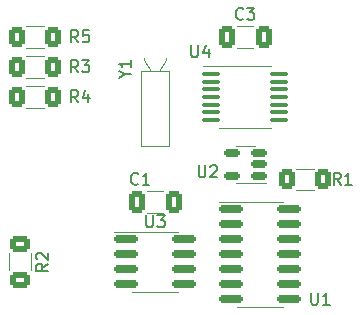
<source format=gto>
%TF.GenerationSoftware,KiCad,Pcbnew,(6.0.0-0)*%
%TF.CreationDate,2023-01-27T15:23:15+00:00*%
%TF.ProjectId,Userport RTC,55736572-706f-4727-9420-5254432e6b69,rev?*%
%TF.SameCoordinates,Original*%
%TF.FileFunction,Legend,Top*%
%TF.FilePolarity,Positive*%
%FSLAX46Y46*%
G04 Gerber Fmt 4.6, Leading zero omitted, Abs format (unit mm)*
G04 Created by KiCad (PCBNEW (6.0.0-0)) date 2023-01-27 15:23:15*
%MOMM*%
%LPD*%
G01*
G04 APERTURE LIST*
G04 Aperture macros list*
%AMRoundRect*
0 Rectangle with rounded corners*
0 $1 Rounding radius*
0 $2 $3 $4 $5 $6 $7 $8 $9 X,Y pos of 4 corners*
0 Add a 4 corners polygon primitive as box body*
4,1,4,$2,$3,$4,$5,$6,$7,$8,$9,$2,$3,0*
0 Add four circle primitives for the rounded corners*
1,1,$1+$1,$2,$3*
1,1,$1+$1,$4,$5*
1,1,$1+$1,$6,$7*
1,1,$1+$1,$8,$9*
0 Add four rect primitives between the rounded corners*
20,1,$1+$1,$2,$3,$4,$5,0*
20,1,$1+$1,$4,$5,$6,$7,0*
20,1,$1+$1,$6,$7,$8,$9,0*
20,1,$1+$1,$8,$9,$2,$3,0*%
G04 Aperture macros list end*
%ADD10C,0.150000*%
%ADD11C,0.120000*%
%ADD12RoundRect,0.150000X-0.825000X-0.150000X0.825000X-0.150000X0.825000X0.150000X-0.825000X0.150000X0*%
%ADD13R,1.200000X1.200000*%
%ADD14C,1.200000*%
%ADD15RoundRect,0.250000X0.625000X-0.400000X0.625000X0.400000X-0.625000X0.400000X-0.625000X-0.400000X0*%
%ADD16RoundRect,0.150000X0.512500X0.150000X-0.512500X0.150000X-0.512500X-0.150000X0.512500X-0.150000X0*%
%ADD17RoundRect,0.250000X0.412500X0.650000X-0.412500X0.650000X-0.412500X-0.650000X0.412500X-0.650000X0*%
%ADD18RoundRect,0.100000X-0.637500X-0.100000X0.637500X-0.100000X0.637500X0.100000X-0.637500X0.100000X0*%
%ADD19C,1.000000*%
%ADD20RoundRect,0.250000X-0.400000X-0.625000X0.400000X-0.625000X0.400000X0.625000X-0.400000X0.625000X0*%
%ADD21R,1.700000X1.700000*%
%ADD22O,1.700000X1.700000*%
%ADD23C,1.700000*%
G04 APERTURE END LIST*
D10*
X136398095Y-92572380D02*
X136398095Y-93381904D01*
X136445714Y-93477142D01*
X136493333Y-93524761D01*
X136588571Y-93572380D01*
X136779047Y-93572380D01*
X136874285Y-93524761D01*
X136921904Y-93477142D01*
X136969523Y-93381904D01*
X136969523Y-92572380D01*
X137350476Y-92572380D02*
X137969523Y-92572380D01*
X137636190Y-92953333D01*
X137779047Y-92953333D01*
X137874285Y-93000952D01*
X137921904Y-93048571D01*
X137969523Y-93143809D01*
X137969523Y-93381904D01*
X137921904Y-93477142D01*
X137874285Y-93524761D01*
X137779047Y-93572380D01*
X137493333Y-93572380D01*
X137398095Y-93524761D01*
X137350476Y-93477142D01*
X128087380Y-96686666D02*
X127611190Y-97020000D01*
X128087380Y-97258095D02*
X127087380Y-97258095D01*
X127087380Y-96877142D01*
X127135000Y-96781904D01*
X127182619Y-96734285D01*
X127277857Y-96686666D01*
X127420714Y-96686666D01*
X127515952Y-96734285D01*
X127563571Y-96781904D01*
X127611190Y-96877142D01*
X127611190Y-97258095D01*
X127182619Y-96305714D02*
X127135000Y-96258095D01*
X127087380Y-96162857D01*
X127087380Y-95924761D01*
X127135000Y-95829523D01*
X127182619Y-95781904D01*
X127277857Y-95734285D01*
X127373095Y-95734285D01*
X127515952Y-95781904D01*
X128087380Y-96353333D01*
X128087380Y-95734285D01*
X140843095Y-88352380D02*
X140843095Y-89161904D01*
X140890714Y-89257142D01*
X140938333Y-89304761D01*
X141033571Y-89352380D01*
X141224047Y-89352380D01*
X141319285Y-89304761D01*
X141366904Y-89257142D01*
X141414523Y-89161904D01*
X141414523Y-88352380D01*
X141843095Y-88447619D02*
X141890714Y-88400000D01*
X141985952Y-88352380D01*
X142224047Y-88352380D01*
X142319285Y-88400000D01*
X142366904Y-88447619D01*
X142414523Y-88542857D01*
X142414523Y-88638095D01*
X142366904Y-88780952D01*
X141795476Y-89352380D01*
X142414523Y-89352380D01*
X144613333Y-75922142D02*
X144565714Y-75969761D01*
X144422857Y-76017380D01*
X144327619Y-76017380D01*
X144184761Y-75969761D01*
X144089523Y-75874523D01*
X144041904Y-75779285D01*
X143994285Y-75588809D01*
X143994285Y-75445952D01*
X144041904Y-75255476D01*
X144089523Y-75160238D01*
X144184761Y-75065000D01*
X144327619Y-75017380D01*
X144422857Y-75017380D01*
X144565714Y-75065000D01*
X144613333Y-75112619D01*
X144946666Y-75017380D02*
X145565714Y-75017380D01*
X145232380Y-75398333D01*
X145375238Y-75398333D01*
X145470476Y-75445952D01*
X145518095Y-75493571D01*
X145565714Y-75588809D01*
X145565714Y-75826904D01*
X145518095Y-75922142D01*
X145470476Y-75969761D01*
X145375238Y-76017380D01*
X145089523Y-76017380D01*
X144994285Y-75969761D01*
X144946666Y-75922142D01*
X140208095Y-78192380D02*
X140208095Y-79001904D01*
X140255714Y-79097142D01*
X140303333Y-79144761D01*
X140398571Y-79192380D01*
X140589047Y-79192380D01*
X140684285Y-79144761D01*
X140731904Y-79097142D01*
X140779523Y-79001904D01*
X140779523Y-78192380D01*
X141684285Y-78525714D02*
X141684285Y-79192380D01*
X141446190Y-78144761D02*
X141208095Y-78859047D01*
X141827142Y-78859047D01*
X150368095Y-99147380D02*
X150368095Y-99956904D01*
X150415714Y-100052142D01*
X150463333Y-100099761D01*
X150558571Y-100147380D01*
X150749047Y-100147380D01*
X150844285Y-100099761D01*
X150891904Y-100052142D01*
X150939523Y-99956904D01*
X150939523Y-99147380D01*
X151939523Y-100147380D02*
X151368095Y-100147380D01*
X151653809Y-100147380D02*
X151653809Y-99147380D01*
X151558571Y-99290238D01*
X151463333Y-99385476D01*
X151368095Y-99433095D01*
X134616190Y-80651190D02*
X135092380Y-80651190D01*
X134092380Y-80984523D02*
X134616190Y-80651190D01*
X134092380Y-80317857D01*
X135092380Y-79460714D02*
X135092380Y-80032142D01*
X135092380Y-79746428D02*
X134092380Y-79746428D01*
X134235238Y-79841666D01*
X134330476Y-79936904D01*
X134378095Y-80032142D01*
X130643333Y-80462380D02*
X130310000Y-79986190D01*
X130071904Y-80462380D02*
X130071904Y-79462380D01*
X130452857Y-79462380D01*
X130548095Y-79510000D01*
X130595714Y-79557619D01*
X130643333Y-79652857D01*
X130643333Y-79795714D01*
X130595714Y-79890952D01*
X130548095Y-79938571D01*
X130452857Y-79986190D01*
X130071904Y-79986190D01*
X130976666Y-79462380D02*
X131595714Y-79462380D01*
X131262380Y-79843333D01*
X131405238Y-79843333D01*
X131500476Y-79890952D01*
X131548095Y-79938571D01*
X131595714Y-80033809D01*
X131595714Y-80271904D01*
X131548095Y-80367142D01*
X131500476Y-80414761D01*
X131405238Y-80462380D01*
X131119523Y-80462380D01*
X131024285Y-80414761D01*
X130976666Y-80367142D01*
X130643333Y-77922380D02*
X130310000Y-77446190D01*
X130071904Y-77922380D02*
X130071904Y-76922380D01*
X130452857Y-76922380D01*
X130548095Y-76970000D01*
X130595714Y-77017619D01*
X130643333Y-77112857D01*
X130643333Y-77255714D01*
X130595714Y-77350952D01*
X130548095Y-77398571D01*
X130452857Y-77446190D01*
X130071904Y-77446190D01*
X131548095Y-76922380D02*
X131071904Y-76922380D01*
X131024285Y-77398571D01*
X131071904Y-77350952D01*
X131167142Y-77303333D01*
X131405238Y-77303333D01*
X131500476Y-77350952D01*
X131548095Y-77398571D01*
X131595714Y-77493809D01*
X131595714Y-77731904D01*
X131548095Y-77827142D01*
X131500476Y-77874761D01*
X131405238Y-77922380D01*
X131167142Y-77922380D01*
X131071904Y-77874761D01*
X131024285Y-77827142D01*
X135723333Y-89892142D02*
X135675714Y-89939761D01*
X135532857Y-89987380D01*
X135437619Y-89987380D01*
X135294761Y-89939761D01*
X135199523Y-89844523D01*
X135151904Y-89749285D01*
X135104285Y-89558809D01*
X135104285Y-89415952D01*
X135151904Y-89225476D01*
X135199523Y-89130238D01*
X135294761Y-89035000D01*
X135437619Y-88987380D01*
X135532857Y-88987380D01*
X135675714Y-89035000D01*
X135723333Y-89082619D01*
X136675714Y-89987380D02*
X136104285Y-89987380D01*
X136390000Y-89987380D02*
X136390000Y-88987380D01*
X136294761Y-89130238D01*
X136199523Y-89225476D01*
X136104285Y-89273095D01*
X130643333Y-83002380D02*
X130310000Y-82526190D01*
X130071904Y-83002380D02*
X130071904Y-82002380D01*
X130452857Y-82002380D01*
X130548095Y-82050000D01*
X130595714Y-82097619D01*
X130643333Y-82192857D01*
X130643333Y-82335714D01*
X130595714Y-82430952D01*
X130548095Y-82478571D01*
X130452857Y-82526190D01*
X130071904Y-82526190D01*
X131500476Y-82335714D02*
X131500476Y-83002380D01*
X131262380Y-81954761D02*
X131024285Y-82669047D01*
X131643333Y-82669047D01*
X152868333Y-89987380D02*
X152535000Y-89511190D01*
X152296904Y-89987380D02*
X152296904Y-88987380D01*
X152677857Y-88987380D01*
X152773095Y-89035000D01*
X152820714Y-89082619D01*
X152868333Y-89177857D01*
X152868333Y-89320714D01*
X152820714Y-89415952D01*
X152773095Y-89463571D01*
X152677857Y-89511190D01*
X152296904Y-89511190D01*
X153820714Y-89987380D02*
X153249285Y-89987380D01*
X153535000Y-89987380D02*
X153535000Y-88987380D01*
X153439761Y-89130238D01*
X153344523Y-89225476D01*
X153249285Y-89273095D01*
D11*
X137160000Y-99080000D02*
X139110000Y-99080000D01*
X137160000Y-99080000D02*
X135210000Y-99080000D01*
X137160000Y-93960000D02*
X139110000Y-93960000D01*
X137160000Y-93960000D02*
X133710000Y-93960000D01*
X126640000Y-97247064D02*
X126640000Y-95792936D01*
X124820000Y-97247064D02*
X124820000Y-95792936D01*
X144780000Y-86705000D02*
X143980000Y-86705000D01*
X144780000Y-89825000D02*
X146580000Y-89825000D01*
X144780000Y-89825000D02*
X143980000Y-89825000D01*
X144780000Y-86705000D02*
X145580000Y-86705000D01*
X145491252Y-78380000D02*
X144068748Y-78380000D01*
X145491252Y-76560000D02*
X144068748Y-76560000D01*
X144780000Y-79940000D02*
X141180000Y-79940000D01*
X144780000Y-85160000D02*
X146980000Y-85160000D01*
X144780000Y-85160000D02*
X142580000Y-85160000D01*
X144780000Y-79940000D02*
X146980000Y-79940000D01*
X146050000Y-100320000D02*
X144100000Y-100320000D01*
X146050000Y-91450000D02*
X142600000Y-91450000D01*
X146050000Y-100320000D02*
X148000000Y-100320000D01*
X146050000Y-91450000D02*
X148000000Y-91450000D01*
X135960000Y-86750000D02*
X138360000Y-86750000D01*
X135960000Y-80350000D02*
X135960000Y-86750000D01*
X137510000Y-80350000D02*
X138110000Y-79450000D01*
X136810000Y-80350000D02*
X136210000Y-79450000D01*
X136210000Y-79450000D02*
X136210000Y-79250000D01*
X138110000Y-79450000D02*
X138110000Y-79250000D01*
X138360000Y-80350000D02*
X135960000Y-80350000D01*
X138360000Y-86750000D02*
X138360000Y-80350000D01*
X126272936Y-79100000D02*
X127727064Y-79100000D01*
X126272936Y-80920000D02*
X127727064Y-80920000D01*
X126272936Y-76560000D02*
X127727064Y-76560000D01*
X126272936Y-78380000D02*
X127727064Y-78380000D01*
X137871252Y-90530000D02*
X136448748Y-90530000D01*
X137871252Y-92350000D02*
X136448748Y-92350000D01*
X126272936Y-81640000D02*
X127727064Y-81640000D01*
X126272936Y-83460000D02*
X127727064Y-83460000D01*
X149132936Y-88625000D02*
X150587064Y-88625000D01*
X149132936Y-90445000D02*
X150587064Y-90445000D01*
%LPC*%
D12*
X134685000Y-94615000D03*
X134685000Y-95885000D03*
X134685000Y-97155000D03*
X134685000Y-98425000D03*
X139635000Y-98425000D03*
X139635000Y-97155000D03*
X139635000Y-95885000D03*
X139635000Y-94615000D03*
D13*
X151130000Y-92075000D03*
D14*
X152630000Y-92075000D03*
D15*
X125730000Y-98070000D03*
X125730000Y-94970000D03*
D16*
X145917500Y-89215000D03*
X145917500Y-88265000D03*
X145917500Y-87315000D03*
X143642500Y-87315000D03*
X143642500Y-89215000D03*
D17*
X146342500Y-77470000D03*
X143217500Y-77470000D03*
D18*
X141917500Y-80600000D03*
X141917500Y-81250000D03*
X141917500Y-81900000D03*
X141917500Y-82550000D03*
X141917500Y-83200000D03*
X141917500Y-83850000D03*
X141917500Y-84500000D03*
X147642500Y-84500000D03*
X147642500Y-83850000D03*
X147642500Y-83200000D03*
X147642500Y-82550000D03*
X147642500Y-81900000D03*
X147642500Y-81250000D03*
X147642500Y-80600000D03*
D12*
X143575000Y-92075000D03*
X143575000Y-93345000D03*
X143575000Y-94615000D03*
X143575000Y-95885000D03*
X143575000Y-97155000D03*
X143575000Y-98425000D03*
X143575000Y-99695000D03*
X148525000Y-99695000D03*
X148525000Y-98425000D03*
X148525000Y-97155000D03*
X148525000Y-95885000D03*
X148525000Y-94615000D03*
X148525000Y-93345000D03*
X148525000Y-92075000D03*
D19*
X136210000Y-78550000D03*
X138110000Y-78550000D03*
D20*
X125450000Y-80010000D03*
X128550000Y-80010000D03*
X125450000Y-77470000D03*
X128550000Y-77470000D03*
D17*
X138722500Y-91440000D03*
X135597500Y-91440000D03*
D20*
X125450000Y-82550000D03*
X128550000Y-82550000D03*
X148310000Y-89535000D03*
X151410000Y-89535000D03*
D21*
X153040000Y-86290000D03*
D22*
X150500000Y-86290000D03*
D21*
X116205000Y-100330000D03*
D22*
X113665000Y-100330000D03*
X116205000Y-97790000D03*
X113665000Y-97790000D03*
X116205000Y-95250000D03*
X113665000Y-95250000D03*
X116205000Y-92710000D03*
X113665000Y-92710000D03*
X116205000Y-90170000D03*
X113665000Y-90170000D03*
X116205000Y-87630000D03*
X113665000Y-87630000D03*
X116205000Y-85090000D03*
X113665000Y-85090000D03*
X116205000Y-82550000D03*
X113665000Y-82550000D03*
X116205000Y-80010000D03*
X113665000Y-80010000D03*
X116205000Y-77470000D03*
X113665000Y-77470000D03*
D21*
X122500000Y-77475000D03*
D23*
X119960000Y-77475000D03*
D22*
X122500000Y-80015000D03*
X119960000Y-80015000D03*
X122500000Y-82555000D03*
X119960000Y-82555000D03*
X122500000Y-85095000D03*
X119960000Y-85095000D03*
X122500000Y-87635000D03*
X119960000Y-87635000D03*
X122500000Y-90175000D03*
X119960000Y-90175000D03*
X122500000Y-92715000D03*
X119960000Y-92715000D03*
X122500000Y-95255000D03*
X119960000Y-95255000D03*
X122500000Y-97795000D03*
X119960000Y-97795000D03*
X122500000Y-100335000D03*
X119960000Y-100335000D03*
M02*

</source>
